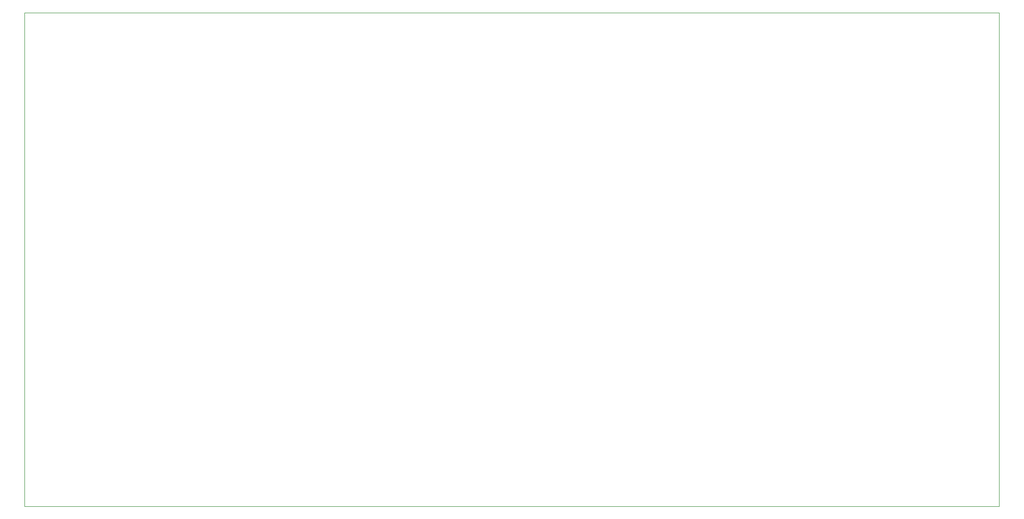
<source format=gbr>
%TF.GenerationSoftware,KiCad,Pcbnew,8.0.6*%
%TF.CreationDate,2024-11-11T19:58:29-07:00*%
%TF.ProjectId,NanoSprayLinear,4e616e6f-5370-4726-9179-4c696e656172,rev?*%
%TF.SameCoordinates,Original*%
%TF.FileFunction,Profile,NP*%
%FSLAX46Y46*%
G04 Gerber Fmt 4.6, Leading zero omitted, Abs format (unit mm)*
G04 Created by KiCad (PCBNEW 8.0.6) date 2024-11-11 19:58:29*
%MOMM*%
%LPD*%
G01*
G04 APERTURE LIST*
%TA.AperFunction,Profile*%
%ADD10C,0.100000*%
%TD*%
G04 APERTURE END LIST*
D10*
X34544000Y-36068000D02*
X203200000Y-36068000D01*
X34544000Y-121601000D02*
X34544000Y-36068000D01*
X203200000Y-121601000D02*
X34544000Y-121601000D01*
X203200000Y-121601000D02*
X203200000Y-36068000D01*
M02*

</source>
